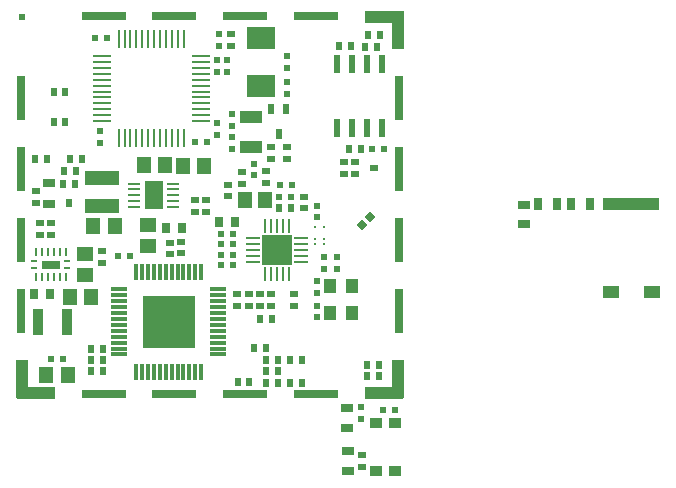
<source format=gtp>
%FSLAX25Y25*%
%MOIN*%
G70*
G01*
G75*
G04 Layer_Color=8421504*
%ADD10C,0.00787*%
%ADD11C,0.00591*%
%ADD12C,0.02362*%
%ADD13C,0.01575*%
%ADD14C,0.01181*%
%ADD15C,0.01000*%
%ADD16C,0.00984*%
%ADD17C,0.01969*%
%ADD18C,0.02756*%
%ADD19R,0.02165X0.03347*%
%ADD20R,0.01969X0.01969*%
%ADD21R,0.14961X0.03150*%
%ADD22R,0.03150X0.14961*%
%ADD23R,0.02362X0.02362*%
%ADD24C,0.03937*%
%ADD25R,0.02559X0.02362*%
%ADD26R,0.02362X0.02559*%
%ADD27R,0.03937X0.03150*%
%ADD28R,0.01969X0.02598*%
%ADD29R,0.02598X0.01969*%
%ADD30R,0.01181X0.05709*%
%ADD31R,0.05709X0.01181*%
%ADD32R,0.17520X0.17520*%
%ADD33R,0.03150X0.03543*%
%ADD34R,0.02362X0.02362*%
%ADD35R,0.02756X0.02362*%
%ADD36R,0.04331X0.01142*%
%ADD37R,0.06221X0.09252*%
%ADD38R,0.09449X0.07480*%
%ADD39R,0.07480X0.04331*%
%ADD40R,0.03937X0.03543*%
%ADD41R,0.04528X0.05709*%
%ADD42R,0.05709X0.04528*%
%ADD43R,0.03740X0.09055*%
%ADD44R,0.11811X0.05118*%
%ADD45R,0.02362X0.06102*%
%ADD46R,0.01142X0.05906*%
%ADD47R,0.05906X0.01142*%
%ADD48R,0.04724X0.05709*%
%ADD49R,0.02362X0.02756*%
%ADD50R,0.01142X0.04528*%
%ADD51R,0.04528X0.01142*%
%ADD52R,0.09843X0.09843*%
%ADD53C,0.01260*%
%ADD54R,0.04134X0.05118*%
%ADD55P,0.03341X4X180.0*%
%ADD56R,0.03150X0.03937*%
%ADD57R,0.05512X0.03937*%
%ADD58R,0.18898X0.03937*%
%ADD59R,0.01102X0.03150*%
%ADD60R,0.03150X0.01102*%
%ADD61C,0.00500*%
%ADD62C,0.01142*%
%ADD63C,0.03937*%
%ADD64R,0.12992X0.03937*%
%ADD65R,0.03937X0.12992*%
%ADD66R,0.08000X0.06900*%
%ADD67R,0.05100X0.04800*%
%ADD68R,0.05300X0.03600*%
%ADD69R,0.01800X0.02100*%
%ADD70R,0.11800X0.04200*%
%ADD71R,0.02200X0.11317*%
%ADD72R,0.06600X0.08100*%
%ADD73R,0.01900X0.04300*%
%ADD74R,0.04600X0.05600*%
%ADD75R,0.08200X0.06284*%
%ADD76R,0.05900X0.05500*%
%ADD77R,0.04961X0.03937*%
%ADD78R,0.15272X0.03937*%
%ADD79R,0.03937X0.07874*%
%ADD80R,0.09803X0.03937*%
%ADD81C,0.05906*%
%ADD82R,0.05906X0.05906*%
%ADD83C,0.01575*%
%ADD84C,0.03150*%
%ADD85R,0.55906X1.57480*%
%ADD86C,0.03150*%
%ADD87C,0.15748*%
G04:AMPARAMS|DCode=88|XSize=55.433mil|YSize=55.433mil|CornerRadius=0mil|HoleSize=0mil|Usage=FLASHONLY|Rotation=0.000|XOffset=0mil|YOffset=0mil|HoleType=Round|Shape=Relief|Width=5mil|Gap=5mil|Entries=4|*
%AMTHD88*
7,0,0,0.05543,0.04543,0.00500,45*
%
%ADD88THD88*%
%ADD89C,0.04724*%
G04:AMPARAMS|DCode=90|XSize=39.685mil|YSize=39.685mil|CornerRadius=0mil|HoleSize=0mil|Usage=FLASHONLY|Rotation=0.000|XOffset=0mil|YOffset=0mil|HoleType=Round|Shape=Relief|Width=5mil|Gap=5mil|Entries=4|*
%AMTHD90*
7,0,0,0.03969,0.02969,0.00500,45*
%
%ADD90THD90*%
G04:AMPARAMS|DCode=91|XSize=27.874mil|YSize=27.874mil|CornerRadius=0mil|HoleSize=0mil|Usage=FLASHONLY|Rotation=0.000|XOffset=0mil|YOffset=0mil|HoleType=Round|Shape=Relief|Width=5mil|Gap=5mil|Entries=4|*
%AMTHD91*
7,0,0,0.02787,0.01787,0.00500,45*
%
%ADD91THD91*%
%ADD92C,0.01969*%
%ADD93C,0.03937*%
%ADD94C,0.00800*%
%ADD95R,0.02362X0.00787*%
%ADD96R,0.00787X0.02362*%
%ADD97R,0.03347X0.02165*%
%ADD98R,0.02362X0.03937*%
%ADD99R,0.03740X0.03937*%
%ADD100R,0.02500X0.08400*%
%ADD101R,0.03000X0.02500*%
%ADD102R,0.01800X0.07300*%
%ADD103R,0.02300X0.10700*%
%ADD104R,0.02400X0.01800*%
%ADD105C,0.02000*%
%ADD106C,0.02500*%
%ADD107C,0.00600*%
%ADD108R,0.02600X0.02500*%
%ADD109R,0.00866X0.00866*%
%ADD110R,0.06299X0.02756*%
%ADD111R,0.02362X0.00984*%
%ADD112C,0.00000*%
G36*
X-17474Y-4756D02*
X-23380D01*
Y1150D01*
X-17474D01*
Y-4756D01*
D02*
G37*
D19*
X-17354Y45246D02*
D03*
X-22472D02*
D03*
X-19913Y36979D02*
D03*
D20*
X-105468Y-49169D02*
D03*
X19685Y-49213D02*
D03*
X19642Y75941D02*
D03*
X-105512Y75984D02*
D03*
D21*
X-78347Y-49606D02*
D03*
X-54724D02*
D03*
X-7480D02*
D03*
X-31102D02*
D03*
X-54724Y76378D02*
D03*
X-78347D02*
D03*
X-31102D02*
D03*
X-7480D02*
D03*
D22*
X-105905Y25197D02*
D03*
Y48819D02*
D03*
Y1575D02*
D03*
Y-22047D02*
D03*
X20079Y48819D02*
D03*
Y25197D02*
D03*
Y-22047D02*
D03*
Y1575D02*
D03*
D23*
X-77144Y69013D02*
D03*
X-81081D02*
D03*
X-69544Y-3787D02*
D03*
X-73481D02*
D03*
X-95781Y-37887D02*
D03*
X-91844D02*
D03*
X-47881Y34413D02*
D03*
X-43944D02*
D03*
X11319Y32013D02*
D03*
X15256D02*
D03*
X18898Y-55118D02*
D03*
X14961D02*
D03*
X-35244Y-6787D02*
D03*
X-39181D02*
D03*
X-35244Y213D02*
D03*
X-39181D02*
D03*
X-35244Y3628D02*
D03*
X-39181D02*
D03*
X-35230Y-3387D02*
D03*
X-39167D02*
D03*
X-19567Y19813D02*
D03*
X-15630D02*
D03*
X-19681Y16113D02*
D03*
X-15744D02*
D03*
D25*
X-100813Y13944D02*
D03*
Y17881D02*
D03*
X1687Y23744D02*
D03*
Y27681D02*
D03*
X-33713Y-16319D02*
D03*
Y-20256D02*
D03*
X-29929Y-16319D02*
D03*
Y-20256D02*
D03*
X-22413Y32681D02*
D03*
Y28744D02*
D03*
X-17313Y32681D02*
D03*
Y28744D02*
D03*
X7687Y-70119D02*
D03*
Y-74056D02*
D03*
X-47928Y10944D02*
D03*
Y14881D02*
D03*
X-44315Y14898D02*
D03*
Y10961D02*
D03*
X-56313Y-3156D02*
D03*
Y781D02*
D03*
X-26213Y-16319D02*
D03*
Y-20256D02*
D03*
X-22613Y-16319D02*
D03*
Y-20256D02*
D03*
X-24213Y24481D02*
D03*
Y20544D02*
D03*
X-99613Y7381D02*
D03*
Y3444D02*
D03*
X-95813Y7381D02*
D03*
Y3444D02*
D03*
X-15013Y-16319D02*
D03*
Y-20256D02*
D03*
X-36813Y16144D02*
D03*
Y20081D02*
D03*
X-52472Y-2831D02*
D03*
Y1106D02*
D03*
X-78713Y-6056D02*
D03*
Y-2119D02*
D03*
D26*
X-85544Y28613D02*
D03*
X-89481D02*
D03*
X-101081D02*
D03*
X-97144D02*
D03*
X-91581Y24513D02*
D03*
X-87644D02*
D03*
X-78644Y-34687D02*
D03*
X-82581D02*
D03*
X-33618Y-45669D02*
D03*
X-29681D02*
D03*
X-20144Y-45887D02*
D03*
X-24081D02*
D03*
X-16081D02*
D03*
X-12144D02*
D03*
X9819Y70013D02*
D03*
X13756D02*
D03*
X9519Y-40087D02*
D03*
X13456D02*
D03*
X-94981Y41013D02*
D03*
X-91044D02*
D03*
X-94981Y51013D02*
D03*
X-91044D02*
D03*
X8819Y66080D02*
D03*
X12756D02*
D03*
X9519Y-43687D02*
D03*
X13456D02*
D03*
X59Y66145D02*
D03*
X3996D02*
D03*
X7556Y31913D02*
D03*
X3619D02*
D03*
X-22344Y-24787D02*
D03*
X-26281D02*
D03*
X-78644Y-41887D02*
D03*
X-82581D02*
D03*
Y-38287D02*
D03*
X-78644D02*
D03*
X-24081Y-41887D02*
D03*
X-20144D02*
D03*
X-24081Y-38287D02*
D03*
X-20144D02*
D03*
X-16281Y-38387D02*
D03*
X-12344D02*
D03*
X-24144Y-34287D02*
D03*
X-28081D02*
D03*
D27*
X-96413Y20459D02*
D03*
Y13766D02*
D03*
X2916Y-61074D02*
D03*
Y-54381D02*
D03*
X3150Y-75394D02*
D03*
Y-68701D02*
D03*
X61811Y7087D02*
D03*
Y13386D02*
D03*
D28*
X-89813Y13963D02*
D03*
X-91781Y20262D02*
D03*
X-87844D02*
D03*
D29*
X5638Y27681D02*
D03*
Y23744D02*
D03*
X11937Y25713D02*
D03*
D30*
X-67439Y-42223D02*
D03*
X-65471D02*
D03*
X-63502D02*
D03*
X-61534D02*
D03*
X-59565D02*
D03*
X-57597D02*
D03*
X-55628D02*
D03*
X-53660D02*
D03*
X-51691D02*
D03*
X-49723D02*
D03*
X-47754D02*
D03*
X-45786D02*
D03*
Y-9152D02*
D03*
X-47754D02*
D03*
X-49723D02*
D03*
X-51691D02*
D03*
X-53660D02*
D03*
X-55628D02*
D03*
X-57597D02*
D03*
X-59565D02*
D03*
X-61534D02*
D03*
X-63502D02*
D03*
X-65471D02*
D03*
X-67439D02*
D03*
D31*
X-40077Y-36514D02*
D03*
Y-34546D02*
D03*
Y-32577D02*
D03*
Y-30609D02*
D03*
Y-28640D02*
D03*
Y-26672D02*
D03*
Y-24703D02*
D03*
Y-22735D02*
D03*
Y-20766D02*
D03*
Y-18798D02*
D03*
Y-16829D02*
D03*
Y-14861D02*
D03*
X-73148D02*
D03*
Y-16829D02*
D03*
Y-18798D02*
D03*
Y-20766D02*
D03*
Y-22735D02*
D03*
Y-24703D02*
D03*
Y-26672D02*
D03*
Y-28640D02*
D03*
Y-30609D02*
D03*
Y-32577D02*
D03*
Y-34546D02*
D03*
Y-36514D02*
D03*
D32*
X-56613Y-25687D02*
D03*
D33*
X-34457Y7713D02*
D03*
X-39968D02*
D03*
X-96157Y-16487D02*
D03*
X-101669D02*
D03*
X-52122Y5476D02*
D03*
X-57634D02*
D03*
D34*
X-40013Y70181D02*
D03*
Y66244D02*
D03*
X-7213Y-12209D02*
D03*
Y-16146D02*
D03*
X-17213Y62971D02*
D03*
Y59034D02*
D03*
Y50244D02*
D03*
Y54181D02*
D03*
X-35513Y43550D02*
D03*
Y39613D02*
D03*
Y32044D02*
D03*
Y35981D02*
D03*
X-40490Y57722D02*
D03*
Y61659D02*
D03*
X-37090Y57722D02*
D03*
Y61659D02*
D03*
X-79354Y37918D02*
D03*
Y33981D02*
D03*
X-40465Y40543D02*
D03*
Y36606D02*
D03*
X7421Y-57898D02*
D03*
Y-53961D02*
D03*
X-586Y-4019D02*
D03*
Y-7956D02*
D03*
X-4686Y-4019D02*
D03*
Y-7956D02*
D03*
X-28220Y23144D02*
D03*
Y27081D02*
D03*
X-7313Y13081D02*
D03*
Y9144D02*
D03*
X-7213Y-24156D02*
D03*
Y-20219D02*
D03*
D35*
X-35913Y66244D02*
D03*
Y70181D02*
D03*
X-32113Y20244D02*
D03*
Y24181D02*
D03*
X-11627Y12168D02*
D03*
Y16105D02*
D03*
D36*
X-68207Y20450D02*
D03*
Y18481D02*
D03*
Y16513D02*
D03*
Y14544D02*
D03*
Y12576D02*
D03*
X-55018D02*
D03*
Y14544D02*
D03*
Y16513D02*
D03*
Y18481D02*
D03*
Y20450D02*
D03*
D37*
X-61613Y16513D02*
D03*
D38*
X-25913Y52831D02*
D03*
Y68973D02*
D03*
D39*
X-29213Y32760D02*
D03*
Y42602D02*
D03*
D40*
X12598Y-59252D02*
D03*
Y-75394D02*
D03*
X18898D02*
D03*
Y-59252D02*
D03*
D41*
X-57713Y26497D02*
D03*
X-64799D02*
D03*
X-51899Y26397D02*
D03*
X-44813D02*
D03*
X-74669Y6313D02*
D03*
X-81756D02*
D03*
X-82497Y-17216D02*
D03*
X-89583D02*
D03*
X-97356Y-43287D02*
D03*
X-90269D02*
D03*
D42*
X-84404Y-10179D02*
D03*
Y-3092D02*
D03*
X-63413Y-531D02*
D03*
Y6556D02*
D03*
D43*
X-90391Y-25687D02*
D03*
X-100234D02*
D03*
D44*
X-78913Y22237D02*
D03*
Y12788D02*
D03*
D45*
X14547Y60210D02*
D03*
X9547D02*
D03*
X4547D02*
D03*
X-453D02*
D03*
Y38950D02*
D03*
X4547D02*
D03*
X9547D02*
D03*
X14547D02*
D03*
D46*
X-51639Y35539D02*
D03*
X-53607D02*
D03*
X-55576D02*
D03*
X-57544D02*
D03*
X-59513D02*
D03*
X-61481D02*
D03*
X-63450D02*
D03*
X-65418D02*
D03*
X-67387D02*
D03*
X-69355D02*
D03*
X-71324D02*
D03*
X-73292D02*
D03*
Y68610D02*
D03*
X-71324D02*
D03*
X-69355D02*
D03*
X-67387D02*
D03*
X-65418D02*
D03*
X-63450D02*
D03*
X-61481D02*
D03*
X-59513D02*
D03*
X-57544D02*
D03*
X-55576D02*
D03*
X-53607D02*
D03*
X-51639D02*
D03*
D47*
X-79001Y41248D02*
D03*
Y43217D02*
D03*
Y45185D02*
D03*
Y47154D02*
D03*
Y49122D02*
D03*
Y51091D02*
D03*
Y53059D02*
D03*
Y55028D02*
D03*
Y56996D02*
D03*
Y58965D02*
D03*
Y60933D02*
D03*
Y62902D02*
D03*
X-45930D02*
D03*
Y60933D02*
D03*
Y58965D02*
D03*
Y56996D02*
D03*
Y55028D02*
D03*
Y53059D02*
D03*
Y51091D02*
D03*
Y49122D02*
D03*
Y47154D02*
D03*
Y45185D02*
D03*
Y43217D02*
D03*
Y41248D02*
D03*
D48*
X-24366Y14913D02*
D03*
X-31059D02*
D03*
D49*
X-15744Y12213D02*
D03*
X-19681D02*
D03*
D50*
X-24364Y-9874D02*
D03*
X-22395D02*
D03*
X-20427D02*
D03*
X-18458D02*
D03*
X-16490D02*
D03*
Y6268D02*
D03*
X-18458D02*
D03*
X-20427D02*
D03*
X-22395D02*
D03*
X-24364D02*
D03*
D51*
X-12356Y-5740D02*
D03*
Y-3772D02*
D03*
Y-1803D02*
D03*
Y165D02*
D03*
Y2134D02*
D03*
X-28498D02*
D03*
Y165D02*
D03*
Y-1803D02*
D03*
Y-3772D02*
D03*
Y-5740D02*
D03*
D52*
X-20427Y-1803D02*
D03*
D54*
X4419Y-13560D02*
D03*
Y-22615D02*
D03*
X-2865Y-13560D02*
D03*
Y-22615D02*
D03*
D55*
X7750Y6550D02*
D03*
X10534Y9334D02*
D03*
D56*
X72736Y13780D02*
D03*
X66437D02*
D03*
X83760D02*
D03*
X77461D02*
D03*
D57*
X104331Y-15748D02*
D03*
X90945D02*
D03*
D58*
X97638Y13780D02*
D03*
D59*
X-100840Y-10877D02*
D03*
X-98872D02*
D03*
X-96903D02*
D03*
X-94935D02*
D03*
X-92966D02*
D03*
X-90998D02*
D03*
Y-2216D02*
D03*
X-92966D02*
D03*
X-94935D02*
D03*
X-96903D02*
D03*
X-98872D02*
D03*
X-100840D02*
D03*
D60*
X-95919Y-6547D02*
D03*
D64*
X-100984Y-49213D02*
D03*
X15157D02*
D03*
X15157Y75984D02*
D03*
D65*
X-105512Y-44685D02*
D03*
X19685Y71457D02*
D03*
Y-44685D02*
D03*
D109*
X-7941Y6050D02*
D03*
X-4713D02*
D03*
X-4713Y2113D02*
D03*
X-7941Y2113D02*
D03*
Y144D02*
D03*
X-4713D02*
D03*
D110*
X-95919Y-6547D02*
D03*
D111*
X-90407Y-5365D02*
D03*
X-90407Y-7728D02*
D03*
X-101431Y-5365D02*
D03*
X-101431Y-7728D02*
D03*
D112*
X34252Y-71653D02*
D03*
Y70079D02*
D03*
X28346Y1181D02*
D03*
M02*

</source>
